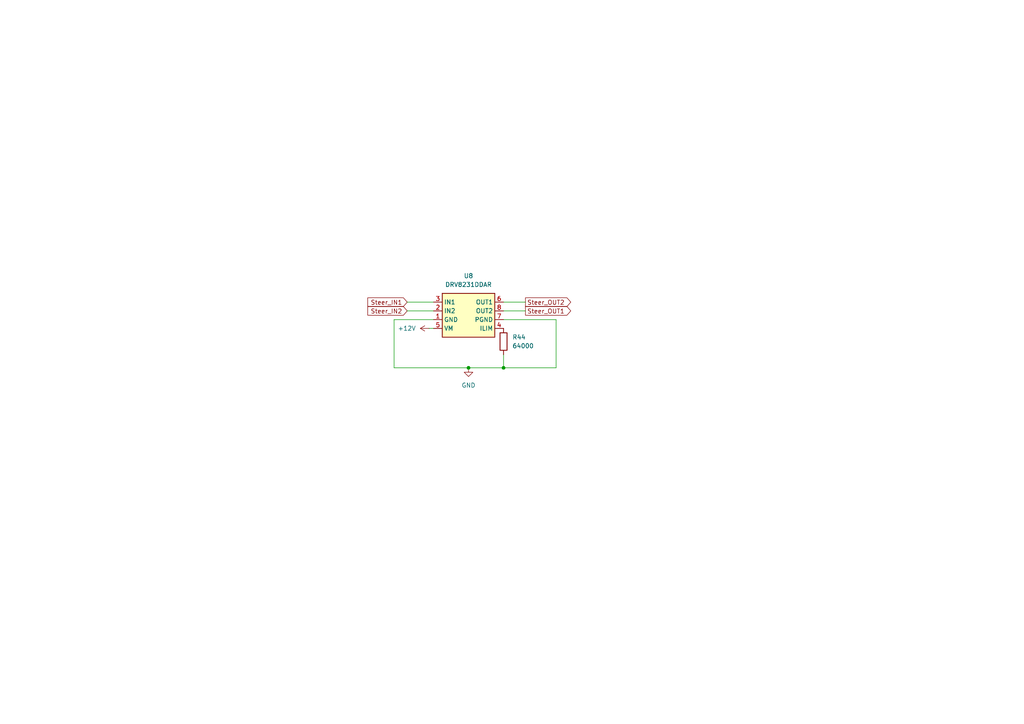
<source format=kicad_sch>
(kicad_sch (version 20250114) (generator "eeschema") (generator_version "9.0")
  (paper "A4")
  (lib_symbols
    (symbol "Device:R" (pin_numbers (hide yes)) (pin_names (offset 0))
      (property "Reference" "R" (at 2.032 0 90))
      (property "Value" "R" (at 0 0 90))
      (symbol "R_0_1"
        (rectangle (start -1.016 -2.54) (end 1.016 2.54) (stroke (width 0.254)))
      )
      (symbol "R_1_1"
        (pin passive line (at 0 3.81 270) (length 1.27) (name "~") (number "1"))
        (pin passive line (at 0 -3.81 90) (length 1.27) (name "~") (number "2"))
      )
    )
    (symbol "Robotics_club:DRV8871DDA_1"
      (property "Reference" "U" (at -6.35 6.35 0))
      (property "Value" "DRV8871DDA_1" (at 8.89 6.35 0))
      (symbol "DRV8871DDA_1_0_1"
        (rectangle (start -7.62 5.08) (end 7.62 -7.62) (stroke (width 0.254)) (fill (type background)))
      )
      (symbol "DRV8871DDA_1_1_1"
        (pin input line (at -10.16 2.54 0) (length 2.54) (name "IN1") (number "3"))
        (pin input line (at -10.16 0 0) (length 2.54) (name "IN2") (number "2"))
        (pin power_in line (at -10.16 -2.54 0) (length 2.54) (name "GND") (number "1"))
        (pin power_in line (at -10.16 -5.08 0) (length 2.54) (name "VM") (number "5"))
        (pin output line (at 10.16 2.54 180) (length 2.54) (name "OUT1") (number "6"))
        (pin output line (at 10.16 0 180) (length 2.54) (name "OUT2") (number "8"))
        (pin power_in line (at 10.16 -2.54 180) (length 2.54) (name "PGND") (number "7"))
        (pin input line (at 10.16 -5.08 180) (length 2.54) (name "ILIM") (number "4"))
      )
    )
    (symbol "power:+12V" (power) (pin_numbers (hide yes)) (pin_names (offset 0) (hide yes))
      (property "Value" "+12V" (at 0 3.556 0))
      (symbol "+12V_0_1"
        (polyline (pts (xy -0.762 1.27) (xy 0 2.54)))
        (polyline (pts (xy 0 2.54) (xy 0.762 1.27)))
        (polyline (pts (xy 0 0) (xy 0 2.54)))
      )
      (symbol "+12V_1_1"
        (pin power_in line (at 0 0 90) (length 0) (name "~") (number "1"))
      )
    )
    (symbol "power:GND" (power) (pin_numbers (hide yes)) (pin_names (offset 0) (hide yes))
      (property "Value" "GND" (at 0 -3.81 0))
      (symbol "GND_0_1"
        (polyline (pts (xy 0 0) (xy 0 -1.27) (xy 1.27 -1.27) (xy 0 -2.54) (xy -1.27 -1.27) (xy 0 -1.27)))
      )
      (symbol "GND_1_1"
        (pin power_in line (at 0 0 270) (length 0) (name "~") (number "1"))
      )
    )
  )
  (junction (at 135.89 106.68))
  (junction (at 146.05 106.68))
  (wire (pts (xy 152.4 90.17) (xy 146.05 90.17)))
  (wire (pts (xy 114.3 92.71) (xy 114.3 106.68)))
  (wire (pts (xy 146.05 92.71) (xy 161.29 92.71)))
  (wire (pts (xy 118.11 90.17) (xy 125.73 90.17)))
  (wire (pts (xy 161.29 106.68) (xy 146.05 106.68)))
  (wire (pts (xy 118.11 87.63) (xy 125.73 87.63)))
  (wire (pts (xy 114.3 106.68) (xy 135.89 106.68)))
  (wire (pts (xy 124.46 95.25) (xy 125.73 95.25)))
  (wire (pts (xy 146.05 106.68) (xy 135.89 106.68)))
  (wire (pts (xy 161.29 92.71) (xy 161.29 106.68)))
  (wire (pts (xy 125.73 92.71) (xy 114.3 92.71)))
  (wire (pts (xy 146.05 102.87) (xy 146.05 106.68)))
  (wire (pts (xy 152.4 87.63) (xy 146.05 87.63)))
  (global_label "Steer_IN2" (shape input) (at 118.11 90.17 180) (property "Intersheetrefs" "${INTERSHEET_REFS}" (effects (hide yes))))
  (global_label "Steer_OUT2" (shape output) (at 152.4 87.63 0) (property "Intersheetrefs" "${INTERSHEET_REFS}" (effects (hide yes))))
  (global_label "Steer_OUT1" (shape output) (at 152.4 90.17 0) (property "Intersheetrefs" "${INTERSHEET_REFS}" (effects (hide yes))))
  (global_label "Steer_IN1" (shape input) (at 118.11 87.63 180) (property "Intersheetrefs" "${INTERSHEET_REFS}" (effects (hide yes))))
  (symbol (lib_id "Robotics_club:DRV8871DDA_1") (at 135.89 90.17 0) (unit 1)
    (property "Reference" "U8" (at 135.89 80.01 0))
    (property "Value" "DRV8231DDAR" (at 135.89 82.55 0))
    (property "Footprint" "Package_SO:Texas_HTSOP-8-1EP_3.9x4.9mm_P1.27mm_EP2.95x4.9mm_Mask2.4x3.1mm_ThermalVias" (effects (hide yes)))
    (property "Datasheet" "http://www.ti.com/lit/ds/symlink/drv8871.pdf" (effects (hide yes)))
    (property "Description" "Brushed DC Motor Driver, PWM Control, 45V, 3.6A, Current limiting, HTSOP-8" (effects (hide yes)))
  )
  (symbol (lib_id "power:GND") (at 135.89 106.68 0) (unit 1)
    (property "Reference" "#PWR085" (effects (hide yes)))
    (property "Value" "GND" (at 135.89 111.76 0))
    (property "Description" "Power symbol creates a global label with name \"GND\" , ground" (effects (hide yes)))
  )
  (symbol (lib_id "power:+12V") (at 124.46 95.25 90) (unit 1)
    (property "Reference" "#PWR084" (effects (hide yes)))
    (property "Value" "+12V" (at 120.65 95.2499 90) (effects (justify left)))
    (property "Description" "Power symbol creates a global label with name \"+12V\"" (effects (hide yes)))
  )
  (symbol (lib_id "Device:R") (at 146.05 99.06 0) (unit 1)
    (property "Reference" "R44" (at 148.59 97.7899 0) (effects (justify left)))
    (property "Value" "64000" (at 148.59 100.3299 0) (effects (justify left)))
    (property "Footprint" "Resistor_SMD:R_0603_1608Metric_Pad0.98x0.95mm_HandSolder" (effects (hide yes)))
    (property "Description" "Resistor" (effects (hide yes)))
  )
)
</source>
